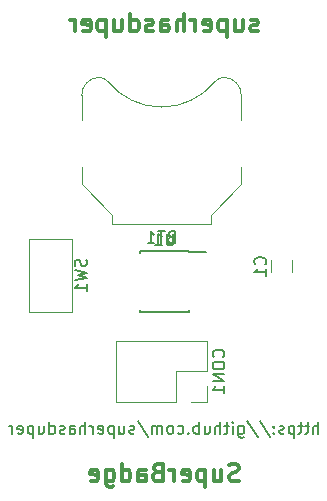
<source format=gbo>
G04 #@! TF.GenerationSoftware,KiCad,Pcbnew,(5.1.0-0)*
G04 #@! TF.CreationDate,2019-09-28T00:10:19+01:00*
G04 #@! TF.ProjectId,badge,62616467-652e-46b6-9963-61645f706362,rev?*
G04 #@! TF.SameCoordinates,Original*
G04 #@! TF.FileFunction,Legend,Bot*
G04 #@! TF.FilePolarity,Positive*
%FSLAX46Y46*%
G04 Gerber Fmt 4.6, Leading zero omitted, Abs format (unit mm)*
G04 Created by KiCad (PCBNEW (5.1.0-0)) date 2019-09-28 00:10:19*
%MOMM*%
%LPD*%
G04 APERTURE LIST*
%ADD10C,0.300000*%
%ADD11C,0.200000*%
%ADD12C,0.120000*%
%ADD13C,0.150000*%
G04 APERTURE END LIST*
D10*
X217442857Y-56487142D02*
X217300000Y-56558571D01*
X217014285Y-56558571D01*
X216871428Y-56487142D01*
X216800000Y-56344285D01*
X216800000Y-56272857D01*
X216871428Y-56130000D01*
X217014285Y-56058571D01*
X217228571Y-56058571D01*
X217371428Y-55987142D01*
X217442857Y-55844285D01*
X217442857Y-55772857D01*
X217371428Y-55630000D01*
X217228571Y-55558571D01*
X217014285Y-55558571D01*
X216871428Y-55630000D01*
X215514285Y-55558571D02*
X215514285Y-56558571D01*
X216157142Y-55558571D02*
X216157142Y-56344285D01*
X216085714Y-56487142D01*
X215942857Y-56558571D01*
X215728571Y-56558571D01*
X215585714Y-56487142D01*
X215514285Y-56415714D01*
X214800000Y-55558571D02*
X214800000Y-57058571D01*
X214800000Y-55630000D02*
X214657142Y-55558571D01*
X214371428Y-55558571D01*
X214228571Y-55630000D01*
X214157142Y-55701428D01*
X214085714Y-55844285D01*
X214085714Y-56272857D01*
X214157142Y-56415714D01*
X214228571Y-56487142D01*
X214371428Y-56558571D01*
X214657142Y-56558571D01*
X214800000Y-56487142D01*
X212871428Y-56487142D02*
X213014285Y-56558571D01*
X213300000Y-56558571D01*
X213442857Y-56487142D01*
X213514285Y-56344285D01*
X213514285Y-55772857D01*
X213442857Y-55630000D01*
X213300000Y-55558571D01*
X213014285Y-55558571D01*
X212871428Y-55630000D01*
X212800000Y-55772857D01*
X212800000Y-55915714D01*
X213514285Y-56058571D01*
X212157142Y-56558571D02*
X212157142Y-55558571D01*
X212157142Y-55844285D02*
X212085714Y-55701428D01*
X212014285Y-55630000D01*
X211871428Y-55558571D01*
X211728571Y-55558571D01*
X211228571Y-56558571D02*
X211228571Y-55058571D01*
X210585714Y-56558571D02*
X210585714Y-55772857D01*
X210657142Y-55630000D01*
X210800000Y-55558571D01*
X211014285Y-55558571D01*
X211157142Y-55630000D01*
X211228571Y-55701428D01*
X209228571Y-56558571D02*
X209228571Y-55772857D01*
X209300000Y-55630000D01*
X209442857Y-55558571D01*
X209728571Y-55558571D01*
X209871428Y-55630000D01*
X209228571Y-56487142D02*
X209371428Y-56558571D01*
X209728571Y-56558571D01*
X209871428Y-56487142D01*
X209942857Y-56344285D01*
X209942857Y-56201428D01*
X209871428Y-56058571D01*
X209728571Y-55987142D01*
X209371428Y-55987142D01*
X209228571Y-55915714D01*
X208585714Y-56487142D02*
X208442857Y-56558571D01*
X208157142Y-56558571D01*
X208014285Y-56487142D01*
X207942857Y-56344285D01*
X207942857Y-56272857D01*
X208014285Y-56130000D01*
X208157142Y-56058571D01*
X208371428Y-56058571D01*
X208514285Y-55987142D01*
X208585714Y-55844285D01*
X208585714Y-55772857D01*
X208514285Y-55630000D01*
X208371428Y-55558571D01*
X208157142Y-55558571D01*
X208014285Y-55630000D01*
X206657142Y-56558571D02*
X206657142Y-55058571D01*
X206657142Y-56487142D02*
X206800000Y-56558571D01*
X207085714Y-56558571D01*
X207228571Y-56487142D01*
X207300000Y-56415714D01*
X207371428Y-56272857D01*
X207371428Y-55844285D01*
X207300000Y-55701428D01*
X207228571Y-55630000D01*
X207085714Y-55558571D01*
X206800000Y-55558571D01*
X206657142Y-55630000D01*
X205300000Y-55558571D02*
X205300000Y-56558571D01*
X205942857Y-55558571D02*
X205942857Y-56344285D01*
X205871428Y-56487142D01*
X205728571Y-56558571D01*
X205514285Y-56558571D01*
X205371428Y-56487142D01*
X205300000Y-56415714D01*
X204585714Y-55558571D02*
X204585714Y-57058571D01*
X204585714Y-55630000D02*
X204442857Y-55558571D01*
X204157142Y-55558571D01*
X204014285Y-55630000D01*
X203942857Y-55701428D01*
X203871428Y-55844285D01*
X203871428Y-56272857D01*
X203942857Y-56415714D01*
X204014285Y-56487142D01*
X204157142Y-56558571D01*
X204442857Y-56558571D01*
X204585714Y-56487142D01*
X202657142Y-56487142D02*
X202800000Y-56558571D01*
X203085714Y-56558571D01*
X203228571Y-56487142D01*
X203300000Y-56344285D01*
X203300000Y-55772857D01*
X203228571Y-55630000D01*
X203085714Y-55558571D01*
X202800000Y-55558571D01*
X202657142Y-55630000D01*
X202585714Y-55772857D01*
X202585714Y-55915714D01*
X203300000Y-56058571D01*
X201942857Y-56558571D02*
X201942857Y-55558571D01*
X201942857Y-55844285D02*
X201871428Y-55701428D01*
X201800000Y-55630000D01*
X201657142Y-55558571D01*
X201514285Y-55558571D01*
X215871428Y-94587142D02*
X215657142Y-94658571D01*
X215300000Y-94658571D01*
X215157142Y-94587142D01*
X215085714Y-94515714D01*
X215014285Y-94372857D01*
X215014285Y-94230000D01*
X215085714Y-94087142D01*
X215157142Y-94015714D01*
X215300000Y-93944285D01*
X215585714Y-93872857D01*
X215728571Y-93801428D01*
X215800000Y-93730000D01*
X215871428Y-93587142D01*
X215871428Y-93444285D01*
X215800000Y-93301428D01*
X215728571Y-93230000D01*
X215585714Y-93158571D01*
X215228571Y-93158571D01*
X215014285Y-93230000D01*
X213728571Y-93658571D02*
X213728571Y-94658571D01*
X214371428Y-93658571D02*
X214371428Y-94444285D01*
X214300000Y-94587142D01*
X214157142Y-94658571D01*
X213942857Y-94658571D01*
X213800000Y-94587142D01*
X213728571Y-94515714D01*
X213014285Y-93658571D02*
X213014285Y-95158571D01*
X213014285Y-93730000D02*
X212871428Y-93658571D01*
X212585714Y-93658571D01*
X212442857Y-93730000D01*
X212371428Y-93801428D01*
X212300000Y-93944285D01*
X212300000Y-94372857D01*
X212371428Y-94515714D01*
X212442857Y-94587142D01*
X212585714Y-94658571D01*
X212871428Y-94658571D01*
X213014285Y-94587142D01*
X211085714Y-94587142D02*
X211228571Y-94658571D01*
X211514285Y-94658571D01*
X211657142Y-94587142D01*
X211728571Y-94444285D01*
X211728571Y-93872857D01*
X211657142Y-93730000D01*
X211514285Y-93658571D01*
X211228571Y-93658571D01*
X211085714Y-93730000D01*
X211014285Y-93872857D01*
X211014285Y-94015714D01*
X211728571Y-94158571D01*
X210371428Y-94658571D02*
X210371428Y-93658571D01*
X210371428Y-93944285D02*
X210300000Y-93801428D01*
X210228571Y-93730000D01*
X210085714Y-93658571D01*
X209942857Y-93658571D01*
X208942857Y-93872857D02*
X208728571Y-93944285D01*
X208657142Y-94015714D01*
X208585714Y-94158571D01*
X208585714Y-94372857D01*
X208657142Y-94515714D01*
X208728571Y-94587142D01*
X208871428Y-94658571D01*
X209442857Y-94658571D01*
X209442857Y-93158571D01*
X208942857Y-93158571D01*
X208800000Y-93230000D01*
X208728571Y-93301428D01*
X208657142Y-93444285D01*
X208657142Y-93587142D01*
X208728571Y-93730000D01*
X208800000Y-93801428D01*
X208942857Y-93872857D01*
X209442857Y-93872857D01*
X207300000Y-94658571D02*
X207300000Y-93872857D01*
X207371428Y-93730000D01*
X207514285Y-93658571D01*
X207800000Y-93658571D01*
X207942857Y-93730000D01*
X207300000Y-94587142D02*
X207442857Y-94658571D01*
X207800000Y-94658571D01*
X207942857Y-94587142D01*
X208014285Y-94444285D01*
X208014285Y-94301428D01*
X207942857Y-94158571D01*
X207800000Y-94087142D01*
X207442857Y-94087142D01*
X207300000Y-94015714D01*
X205942857Y-94658571D02*
X205942857Y-93158571D01*
X205942857Y-94587142D02*
X206085714Y-94658571D01*
X206371428Y-94658571D01*
X206514285Y-94587142D01*
X206585714Y-94515714D01*
X206657142Y-94372857D01*
X206657142Y-93944285D01*
X206585714Y-93801428D01*
X206514285Y-93730000D01*
X206371428Y-93658571D01*
X206085714Y-93658571D01*
X205942857Y-93730000D01*
X204585714Y-93658571D02*
X204585714Y-94872857D01*
X204657142Y-95015714D01*
X204728571Y-95087142D01*
X204871428Y-95158571D01*
X205085714Y-95158571D01*
X205228571Y-95087142D01*
X204585714Y-94587142D02*
X204728571Y-94658571D01*
X205014285Y-94658571D01*
X205157142Y-94587142D01*
X205228571Y-94515714D01*
X205300000Y-94372857D01*
X205300000Y-93944285D01*
X205228571Y-93801428D01*
X205157142Y-93730000D01*
X205014285Y-93658571D01*
X204728571Y-93658571D01*
X204585714Y-93730000D01*
X203300000Y-94587142D02*
X203442857Y-94658571D01*
X203728571Y-94658571D01*
X203871428Y-94587142D01*
X203942857Y-94444285D01*
X203942857Y-93872857D01*
X203871428Y-93730000D01*
X203728571Y-93658571D01*
X203442857Y-93658571D01*
X203300000Y-93730000D01*
X203228571Y-93872857D01*
X203228571Y-94015714D01*
X203942857Y-94158571D01*
D11*
X222573809Y-90622380D02*
X222573809Y-89622380D01*
X222145238Y-90622380D02*
X222145238Y-90098571D01*
X222192857Y-90003333D01*
X222288095Y-89955714D01*
X222430952Y-89955714D01*
X222526190Y-90003333D01*
X222573809Y-90050952D01*
X221811904Y-89955714D02*
X221430952Y-89955714D01*
X221669047Y-89622380D02*
X221669047Y-90479523D01*
X221621428Y-90574761D01*
X221526190Y-90622380D01*
X221430952Y-90622380D01*
X221240476Y-89955714D02*
X220859523Y-89955714D01*
X221097619Y-89622380D02*
X221097619Y-90479523D01*
X221050000Y-90574761D01*
X220954761Y-90622380D01*
X220859523Y-90622380D01*
X220526190Y-89955714D02*
X220526190Y-90955714D01*
X220526190Y-90003333D02*
X220430952Y-89955714D01*
X220240476Y-89955714D01*
X220145238Y-90003333D01*
X220097619Y-90050952D01*
X220050000Y-90146190D01*
X220050000Y-90431904D01*
X220097619Y-90527142D01*
X220145238Y-90574761D01*
X220240476Y-90622380D01*
X220430952Y-90622380D01*
X220526190Y-90574761D01*
X219669047Y-90574761D02*
X219573809Y-90622380D01*
X219383333Y-90622380D01*
X219288095Y-90574761D01*
X219240476Y-90479523D01*
X219240476Y-90431904D01*
X219288095Y-90336666D01*
X219383333Y-90289047D01*
X219526190Y-90289047D01*
X219621428Y-90241428D01*
X219669047Y-90146190D01*
X219669047Y-90098571D01*
X219621428Y-90003333D01*
X219526190Y-89955714D01*
X219383333Y-89955714D01*
X219288095Y-90003333D01*
X218811904Y-90527142D02*
X218764285Y-90574761D01*
X218811904Y-90622380D01*
X218859523Y-90574761D01*
X218811904Y-90527142D01*
X218811904Y-90622380D01*
X218811904Y-90003333D02*
X218764285Y-90050952D01*
X218811904Y-90098571D01*
X218859523Y-90050952D01*
X218811904Y-90003333D01*
X218811904Y-90098571D01*
X217621428Y-89574761D02*
X218478571Y-90860476D01*
X216573809Y-89574761D02*
X217430952Y-90860476D01*
X215811904Y-89955714D02*
X215811904Y-90765238D01*
X215859523Y-90860476D01*
X215907142Y-90908095D01*
X216002380Y-90955714D01*
X216145238Y-90955714D01*
X216240476Y-90908095D01*
X215811904Y-90574761D02*
X215907142Y-90622380D01*
X216097619Y-90622380D01*
X216192857Y-90574761D01*
X216240476Y-90527142D01*
X216288095Y-90431904D01*
X216288095Y-90146190D01*
X216240476Y-90050952D01*
X216192857Y-90003333D01*
X216097619Y-89955714D01*
X215907142Y-89955714D01*
X215811904Y-90003333D01*
X215335714Y-90622380D02*
X215335714Y-89955714D01*
X215335714Y-89622380D02*
X215383333Y-89670000D01*
X215335714Y-89717619D01*
X215288095Y-89670000D01*
X215335714Y-89622380D01*
X215335714Y-89717619D01*
X215002380Y-89955714D02*
X214621428Y-89955714D01*
X214859523Y-89622380D02*
X214859523Y-90479523D01*
X214811904Y-90574761D01*
X214716666Y-90622380D01*
X214621428Y-90622380D01*
X214288095Y-90622380D02*
X214288095Y-89622380D01*
X213859523Y-90622380D02*
X213859523Y-90098571D01*
X213907142Y-90003333D01*
X214002380Y-89955714D01*
X214145238Y-89955714D01*
X214240476Y-90003333D01*
X214288095Y-90050952D01*
X212954761Y-89955714D02*
X212954761Y-90622380D01*
X213383333Y-89955714D02*
X213383333Y-90479523D01*
X213335714Y-90574761D01*
X213240476Y-90622380D01*
X213097619Y-90622380D01*
X213002380Y-90574761D01*
X212954761Y-90527142D01*
X212478571Y-90622380D02*
X212478571Y-89622380D01*
X212478571Y-90003333D02*
X212383333Y-89955714D01*
X212192857Y-89955714D01*
X212097619Y-90003333D01*
X212050000Y-90050952D01*
X212002380Y-90146190D01*
X212002380Y-90431904D01*
X212050000Y-90527142D01*
X212097619Y-90574761D01*
X212192857Y-90622380D01*
X212383333Y-90622380D01*
X212478571Y-90574761D01*
X211573809Y-90527142D02*
X211526190Y-90574761D01*
X211573809Y-90622380D01*
X211621428Y-90574761D01*
X211573809Y-90527142D01*
X211573809Y-90622380D01*
X210669047Y-90574761D02*
X210764285Y-90622380D01*
X210954761Y-90622380D01*
X211050000Y-90574761D01*
X211097619Y-90527142D01*
X211145238Y-90431904D01*
X211145238Y-90146190D01*
X211097619Y-90050952D01*
X211050000Y-90003333D01*
X210954761Y-89955714D01*
X210764285Y-89955714D01*
X210669047Y-90003333D01*
X210097619Y-90622380D02*
X210192857Y-90574761D01*
X210240476Y-90527142D01*
X210288095Y-90431904D01*
X210288095Y-90146190D01*
X210240476Y-90050952D01*
X210192857Y-90003333D01*
X210097619Y-89955714D01*
X209954761Y-89955714D01*
X209859523Y-90003333D01*
X209811904Y-90050952D01*
X209764285Y-90146190D01*
X209764285Y-90431904D01*
X209811904Y-90527142D01*
X209859523Y-90574761D01*
X209954761Y-90622380D01*
X210097619Y-90622380D01*
X209335714Y-90622380D02*
X209335714Y-89955714D01*
X209335714Y-90050952D02*
X209288095Y-90003333D01*
X209192857Y-89955714D01*
X209050000Y-89955714D01*
X208954761Y-90003333D01*
X208907142Y-90098571D01*
X208907142Y-90622380D01*
X208907142Y-90098571D02*
X208859523Y-90003333D01*
X208764285Y-89955714D01*
X208621428Y-89955714D01*
X208526190Y-90003333D01*
X208478571Y-90098571D01*
X208478571Y-90622380D01*
X207288095Y-89574761D02*
X208145238Y-90860476D01*
X207002380Y-90574761D02*
X206907142Y-90622380D01*
X206716666Y-90622380D01*
X206621428Y-90574761D01*
X206573809Y-90479523D01*
X206573809Y-90431904D01*
X206621428Y-90336666D01*
X206716666Y-90289047D01*
X206859523Y-90289047D01*
X206954761Y-90241428D01*
X207002380Y-90146190D01*
X207002380Y-90098571D01*
X206954761Y-90003333D01*
X206859523Y-89955714D01*
X206716666Y-89955714D01*
X206621428Y-90003333D01*
X205716666Y-89955714D02*
X205716666Y-90622380D01*
X206145238Y-89955714D02*
X206145238Y-90479523D01*
X206097619Y-90574761D01*
X206002380Y-90622380D01*
X205859523Y-90622380D01*
X205764285Y-90574761D01*
X205716666Y-90527142D01*
X205240476Y-89955714D02*
X205240476Y-90955714D01*
X205240476Y-90003333D02*
X205145238Y-89955714D01*
X204954761Y-89955714D01*
X204859523Y-90003333D01*
X204811904Y-90050952D01*
X204764285Y-90146190D01*
X204764285Y-90431904D01*
X204811904Y-90527142D01*
X204859523Y-90574761D01*
X204954761Y-90622380D01*
X205145238Y-90622380D01*
X205240476Y-90574761D01*
X203954761Y-90574761D02*
X204050000Y-90622380D01*
X204240476Y-90622380D01*
X204335714Y-90574761D01*
X204383333Y-90479523D01*
X204383333Y-90098571D01*
X204335714Y-90003333D01*
X204240476Y-89955714D01*
X204050000Y-89955714D01*
X203954761Y-90003333D01*
X203907142Y-90098571D01*
X203907142Y-90193809D01*
X204383333Y-90289047D01*
X203478571Y-90622380D02*
X203478571Y-89955714D01*
X203478571Y-90146190D02*
X203430952Y-90050952D01*
X203383333Y-90003333D01*
X203288095Y-89955714D01*
X203192857Y-89955714D01*
X202859523Y-90622380D02*
X202859523Y-89622380D01*
X202430952Y-90622380D02*
X202430952Y-90098571D01*
X202478571Y-90003333D01*
X202573809Y-89955714D01*
X202716666Y-89955714D01*
X202811904Y-90003333D01*
X202859523Y-90050952D01*
X201526190Y-90622380D02*
X201526190Y-90098571D01*
X201573809Y-90003333D01*
X201669047Y-89955714D01*
X201859523Y-89955714D01*
X201954761Y-90003333D01*
X201526190Y-90574761D02*
X201621428Y-90622380D01*
X201859523Y-90622380D01*
X201954761Y-90574761D01*
X202002380Y-90479523D01*
X202002380Y-90384285D01*
X201954761Y-90289047D01*
X201859523Y-90241428D01*
X201621428Y-90241428D01*
X201526190Y-90193809D01*
X201097619Y-90574761D02*
X201002380Y-90622380D01*
X200811904Y-90622380D01*
X200716666Y-90574761D01*
X200669047Y-90479523D01*
X200669047Y-90431904D01*
X200716666Y-90336666D01*
X200811904Y-90289047D01*
X200954761Y-90289047D01*
X201050000Y-90241428D01*
X201097619Y-90146190D01*
X201097619Y-90098571D01*
X201050000Y-90003333D01*
X200954761Y-89955714D01*
X200811904Y-89955714D01*
X200716666Y-90003333D01*
X199811904Y-90622380D02*
X199811904Y-89622380D01*
X199811904Y-90574761D02*
X199907142Y-90622380D01*
X200097619Y-90622380D01*
X200192857Y-90574761D01*
X200240476Y-90527142D01*
X200288095Y-90431904D01*
X200288095Y-90146190D01*
X200240476Y-90050952D01*
X200192857Y-90003333D01*
X200097619Y-89955714D01*
X199907142Y-89955714D01*
X199811904Y-90003333D01*
X198907142Y-89955714D02*
X198907142Y-90622380D01*
X199335714Y-89955714D02*
X199335714Y-90479523D01*
X199288095Y-90574761D01*
X199192857Y-90622380D01*
X199050000Y-90622380D01*
X198954761Y-90574761D01*
X198907142Y-90527142D01*
X198430952Y-89955714D02*
X198430952Y-90955714D01*
X198430952Y-90003333D02*
X198335714Y-89955714D01*
X198145238Y-89955714D01*
X198050000Y-90003333D01*
X198002380Y-90050952D01*
X197954761Y-90146190D01*
X197954761Y-90431904D01*
X198002380Y-90527142D01*
X198050000Y-90574761D01*
X198145238Y-90622380D01*
X198335714Y-90622380D01*
X198430952Y-90574761D01*
X197145238Y-90574761D02*
X197240476Y-90622380D01*
X197430952Y-90622380D01*
X197526190Y-90574761D01*
X197573809Y-90479523D01*
X197573809Y-90098571D01*
X197526190Y-90003333D01*
X197430952Y-89955714D01*
X197240476Y-89955714D01*
X197145238Y-90003333D01*
X197097619Y-90098571D01*
X197097619Y-90193809D01*
X197573809Y-90289047D01*
X196669047Y-90622380D02*
X196669047Y-89955714D01*
X196669047Y-90146190D02*
X196621428Y-90050952D01*
X196573809Y-90003333D01*
X196478571Y-89955714D01*
X196383333Y-89955714D01*
D12*
X205426000Y-87944000D02*
X205426000Y-82744000D01*
X210566000Y-87944000D02*
X205426000Y-87944000D01*
X213166000Y-82744000D02*
X205426000Y-82744000D01*
X210566000Y-87944000D02*
X210566000Y-85344000D01*
X210566000Y-85344000D02*
X213166000Y-85344000D01*
X213166000Y-85344000D02*
X213166000Y-82744000D01*
X211836000Y-87944000D02*
X213166000Y-87944000D01*
X213166000Y-87944000D02*
X213166000Y-86614000D01*
X214710615Y-60455840D02*
G75*
G03X213796000Y-60840000I-124615J-984160D01*
G01*
X203881385Y-60455840D02*
G75*
G02X204796000Y-60840000I124615J-984160D01*
G01*
X213786661Y-60851329D02*
G75*
G02X204796000Y-60840000I-4490661J3711329D01*
G01*
X216046000Y-61990000D02*
G75*
G03X214596000Y-60440000I-1500000J50000D01*
G01*
X202546000Y-61990000D02*
G75*
G02X203996000Y-60440000I1500000J50000D01*
G01*
X216046000Y-64040000D02*
X216046000Y-61940000D01*
X202546000Y-64040000D02*
X202546000Y-61940000D01*
X202546000Y-68040000D02*
X202546000Y-69490000D01*
X202546000Y-69490000D02*
X205146000Y-72090000D01*
X205146000Y-72090000D02*
X205146000Y-72890000D01*
X205146000Y-72890000D02*
X213446000Y-72890000D01*
X213446000Y-72890000D02*
X213446000Y-72090000D01*
X213446000Y-72090000D02*
X216046000Y-69490000D01*
X216046000Y-69490000D02*
X216046000Y-68040000D01*
X218606000Y-76954000D02*
X218606000Y-75954000D01*
X220306000Y-75954000D02*
X220306000Y-76954000D01*
X201708000Y-80276000D02*
X201708000Y-74156000D01*
X201708000Y-74156000D02*
X198088000Y-74156000D01*
X198088000Y-74156000D02*
X198088000Y-80276000D01*
X198088000Y-80276000D02*
X201708000Y-80276000D01*
D13*
X211625000Y-75149000D02*
X211625000Y-75199000D01*
X207475000Y-75149000D02*
X207475000Y-75294000D01*
X207475000Y-80299000D02*
X207475000Y-80154000D01*
X211625000Y-80299000D02*
X211625000Y-80154000D01*
X211625000Y-75149000D02*
X207475000Y-75149000D01*
X211625000Y-80299000D02*
X207475000Y-80299000D01*
X211625000Y-75199000D02*
X213025000Y-75199000D01*
X214523142Y-84129714D02*
X214570761Y-84082095D01*
X214618380Y-83939238D01*
X214618380Y-83844000D01*
X214570761Y-83701142D01*
X214475523Y-83605904D01*
X214380285Y-83558285D01*
X214189809Y-83510666D01*
X214046952Y-83510666D01*
X213856476Y-83558285D01*
X213761238Y-83605904D01*
X213666000Y-83701142D01*
X213618380Y-83844000D01*
X213618380Y-83939238D01*
X213666000Y-84082095D01*
X213713619Y-84129714D01*
X213618380Y-84748761D02*
X213618380Y-84939238D01*
X213666000Y-85034476D01*
X213761238Y-85129714D01*
X213951714Y-85177333D01*
X214285047Y-85177333D01*
X214475523Y-85129714D01*
X214570761Y-85034476D01*
X214618380Y-84939238D01*
X214618380Y-84748761D01*
X214570761Y-84653523D01*
X214475523Y-84558285D01*
X214285047Y-84510666D01*
X213951714Y-84510666D01*
X213761238Y-84558285D01*
X213666000Y-84653523D01*
X213618380Y-84748761D01*
X214618380Y-85605904D02*
X213618380Y-85605904D01*
X214618380Y-86177333D01*
X213618380Y-86177333D01*
X214618380Y-87177333D02*
X214618380Y-86605904D01*
X214618380Y-86891619D02*
X213618380Y-86891619D01*
X213761238Y-86796380D01*
X213856476Y-86701142D01*
X213904095Y-86605904D01*
X210081714Y-73968571D02*
X209938857Y-74016190D01*
X209891238Y-74063809D01*
X209843619Y-74159047D01*
X209843619Y-74301904D01*
X209891238Y-74397142D01*
X209938857Y-74444761D01*
X210034095Y-74492380D01*
X210415047Y-74492380D01*
X210415047Y-73492380D01*
X210081714Y-73492380D01*
X209986476Y-73540000D01*
X209938857Y-73587619D01*
X209891238Y-73682857D01*
X209891238Y-73778095D01*
X209938857Y-73873333D01*
X209986476Y-73920952D01*
X210081714Y-73968571D01*
X210415047Y-73968571D01*
X209557904Y-73492380D02*
X208986476Y-73492380D01*
X209272190Y-74492380D02*
X209272190Y-73492380D01*
X208129333Y-74492380D02*
X208700761Y-74492380D01*
X208415047Y-74492380D02*
X208415047Y-73492380D01*
X208510285Y-73635238D01*
X208605523Y-73730476D01*
X208700761Y-73778095D01*
X218063142Y-76287333D02*
X218110761Y-76239714D01*
X218158380Y-76096857D01*
X218158380Y-76001619D01*
X218110761Y-75858761D01*
X218015523Y-75763523D01*
X217920285Y-75715904D01*
X217729809Y-75668285D01*
X217586952Y-75668285D01*
X217396476Y-75715904D01*
X217301238Y-75763523D01*
X217206000Y-75858761D01*
X217158380Y-76001619D01*
X217158380Y-76096857D01*
X217206000Y-76239714D01*
X217253619Y-76287333D01*
X218158380Y-77239714D02*
X218158380Y-76668285D01*
X218158380Y-76954000D02*
X217158380Y-76954000D01*
X217301238Y-76858761D01*
X217396476Y-76763523D01*
X217444095Y-76668285D01*
X202902761Y-75882666D02*
X202950380Y-76025523D01*
X202950380Y-76263619D01*
X202902761Y-76358857D01*
X202855142Y-76406476D01*
X202759904Y-76454095D01*
X202664666Y-76454095D01*
X202569428Y-76406476D01*
X202521809Y-76358857D01*
X202474190Y-76263619D01*
X202426571Y-76073142D01*
X202378952Y-75977904D01*
X202331333Y-75930285D01*
X202236095Y-75882666D01*
X202140857Y-75882666D01*
X202045619Y-75930285D01*
X201998000Y-75977904D01*
X201950380Y-76073142D01*
X201950380Y-76311238D01*
X201998000Y-76454095D01*
X201950380Y-76787428D02*
X202950380Y-77025523D01*
X202236095Y-77216000D01*
X202950380Y-77406476D01*
X201950380Y-77644571D01*
X202950380Y-78549333D02*
X202950380Y-77977904D01*
X202950380Y-78263619D02*
X201950380Y-78263619D01*
X202093238Y-78168380D01*
X202188476Y-78073142D01*
X202236095Y-77977904D01*
X210311904Y-73676380D02*
X210311904Y-74485904D01*
X210264285Y-74581142D01*
X210216666Y-74628761D01*
X210121428Y-74676380D01*
X209930952Y-74676380D01*
X209835714Y-74628761D01*
X209788095Y-74581142D01*
X209740476Y-74485904D01*
X209740476Y-73676380D01*
X208740476Y-74676380D02*
X209311904Y-74676380D01*
X209026190Y-74676380D02*
X209026190Y-73676380D01*
X209121428Y-73819238D01*
X209216666Y-73914476D01*
X209311904Y-73962095D01*
M02*

</source>
